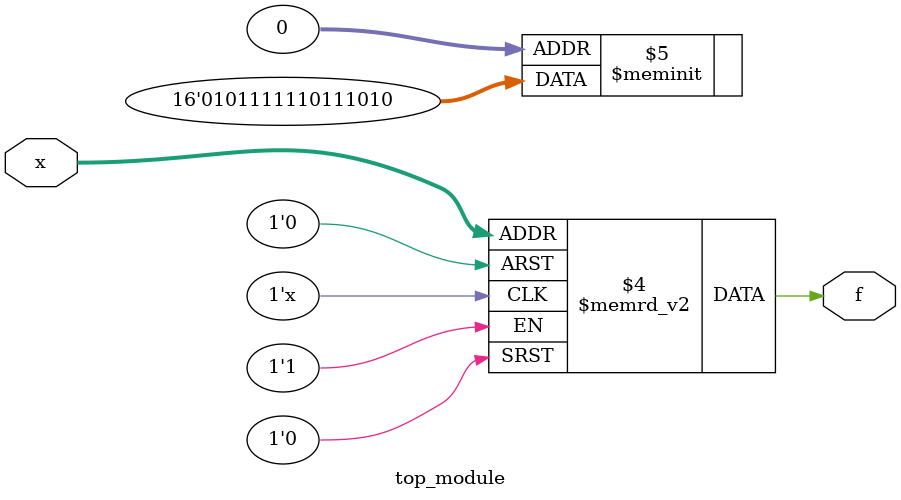
<source format=sv>
module top_module (
    input [4:1] x,
    output logic f
);

always_comb begin
    case (x)
        4'b0001, 4'b0011, 4'b1001, 4'b1011: f = 1'b1;
        4'b0100, 4'b0101, 4'b0111, 4'b1000, 4'b1010, 4'b1100, 4'b1110: f = 1'b1; // Don't care conditions
        default: f = 1'b0;
    endcase
end

endmodule

</source>
